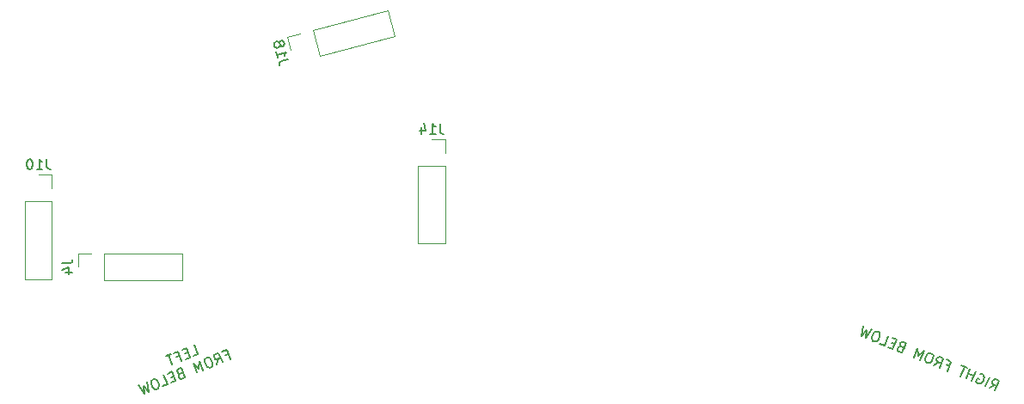
<source format=gbr>
G04 #@! TF.GenerationSoftware,KiCad,Pcbnew,(5.1.4)-1*
G04 #@! TF.CreationDate,2023-02-10T21:12:28-05:00*
G04 #@! TF.ProjectId,ThumbsUp,5468756d-6273-4557-902e-6b696361645f,rev?*
G04 #@! TF.SameCoordinates,Original*
G04 #@! TF.FileFunction,Legend,Bot*
G04 #@! TF.FilePolarity,Positive*
%FSLAX46Y46*%
G04 Gerber Fmt 4.6, Leading zero omitted, Abs format (unit mm)*
G04 Created by KiCad (PCBNEW (5.1.4)-1) date 2023-02-10 21:12:28*
%MOMM*%
%LPD*%
G04 APERTURE LIST*
%ADD10C,0.150000*%
%ADD11C,0.120000*%
G04 APERTURE END LIST*
D10*
X184629295Y-358825026D02*
X185116740Y-358508379D01*
X185159114Y-359039087D02*
X185533721Y-358111903D01*
X185180508Y-357969196D01*
X185074366Y-357977671D01*
X185012376Y-358003984D01*
X184932548Y-358074449D01*
X184879033Y-358206904D01*
X184887508Y-358313045D01*
X184913821Y-358375035D01*
X184984286Y-358454864D01*
X185337499Y-358597571D01*
X184231931Y-358664481D02*
X184606537Y-357737297D01*
X183661515Y-357406842D02*
X183767657Y-357398367D01*
X183900111Y-357451882D01*
X184014728Y-357549549D01*
X184067354Y-357673529D01*
X184075829Y-357779671D01*
X184048627Y-357974116D01*
X183995112Y-358106570D01*
X183879607Y-358265338D01*
X183799778Y-358335803D01*
X183675798Y-358388430D01*
X183525505Y-358379066D01*
X183437202Y-358343389D01*
X183322585Y-358245722D01*
X183296272Y-358183732D01*
X183421141Y-357874671D01*
X183597747Y-357946025D01*
X182863231Y-358111490D02*
X183237837Y-357184306D01*
X183059453Y-357625822D02*
X182529634Y-357411761D01*
X182333411Y-357897429D02*
X182708018Y-356970245D01*
X182398957Y-356845376D02*
X181869137Y-356631315D01*
X181759440Y-357665530D02*
X182134047Y-356738346D01*
X180366205Y-356537679D02*
X180675266Y-356662548D01*
X180479044Y-357148216D02*
X180853650Y-356221032D01*
X180412134Y-356042648D01*
X179154495Y-356613064D02*
X179641941Y-356296416D01*
X179684315Y-356827124D02*
X180058921Y-355899941D01*
X179705708Y-355757233D01*
X179599567Y-355765708D01*
X179537577Y-355792021D01*
X179457748Y-355862486D01*
X179404233Y-355994941D01*
X179412708Y-356101083D01*
X179439021Y-356163073D01*
X179509486Y-356242901D01*
X179862699Y-356385608D01*
X178955131Y-355453980D02*
X178778524Y-355382627D01*
X178672383Y-355391102D01*
X178548403Y-355443728D01*
X178432897Y-355602496D01*
X178308029Y-355911557D01*
X178280827Y-356106002D01*
X178333453Y-356229982D01*
X178403918Y-356309811D01*
X178580524Y-356381164D01*
X178686666Y-356372689D01*
X178810646Y-356320063D01*
X178926151Y-356161295D01*
X179051020Y-355852234D01*
X179078222Y-355657789D01*
X179025596Y-355533809D01*
X178955131Y-355453980D01*
X177785795Y-356060073D02*
X178160402Y-355132889D01*
X177583764Y-355670294D01*
X177542279Y-354883151D01*
X177167673Y-355810335D01*
X175906892Y-354736000D02*
X175756599Y-354726636D01*
X175694609Y-354752949D01*
X175614780Y-354823414D01*
X175561265Y-354955869D01*
X175569740Y-355062011D01*
X175596053Y-355124001D01*
X175666518Y-355203829D01*
X176019731Y-355346536D01*
X176394337Y-354419353D01*
X176085276Y-354294484D01*
X175979134Y-354302959D01*
X175917144Y-354329272D01*
X175837316Y-354399737D01*
X175801639Y-354488040D01*
X175810114Y-354594181D01*
X175836427Y-354656171D01*
X175906892Y-354736000D01*
X176215953Y-354860869D01*
X175288769Y-354486262D02*
X174979708Y-354361393D01*
X174651031Y-354793546D02*
X175092547Y-354971930D01*
X175467153Y-354044746D01*
X175025637Y-353866362D01*
X173812150Y-354454616D02*
X174253666Y-354633000D01*
X174628273Y-353705816D01*
X173701089Y-353331210D02*
X173524483Y-353259856D01*
X173418341Y-353268331D01*
X173294361Y-353320957D01*
X173178856Y-353479725D01*
X173053987Y-353788787D01*
X173026785Y-353983231D01*
X173079411Y-354107211D01*
X173149876Y-354187040D01*
X173326482Y-354258394D01*
X173432624Y-354249919D01*
X173556604Y-354197292D01*
X173672109Y-354038524D01*
X173796978Y-353729463D01*
X173824180Y-353535018D01*
X173771554Y-353411038D01*
X173701089Y-353331210D01*
X172994663Y-353045795D02*
X172399299Y-353883787D01*
X172490268Y-353150159D01*
X172046086Y-353741080D01*
X172199934Y-352724704D01*
X106206513Y-355673139D02*
X106648029Y-355494755D01*
X106273422Y-354567571D01*
X105701229Y-355312340D02*
X105392167Y-355437209D01*
X105455935Y-355976392D02*
X105897451Y-355798008D01*
X105522845Y-354870824D01*
X105081329Y-355049208D01*
X104553287Y-355776139D02*
X104862348Y-355651270D01*
X105058571Y-356136938D02*
X104683964Y-355209754D01*
X104242448Y-355388138D01*
X104021690Y-355477330D02*
X103491870Y-355691391D01*
X104131387Y-356511545D02*
X103756780Y-355584361D01*
X109365791Y-355611343D02*
X109674852Y-355486474D01*
X109871075Y-355972142D02*
X109496468Y-355044958D01*
X109054952Y-355223342D01*
X108546526Y-356507294D02*
X108677204Y-355940909D01*
X109076346Y-356293233D02*
X108701739Y-355366050D01*
X108348526Y-355508757D01*
X108278061Y-355588585D01*
X108251748Y-355650575D01*
X108243273Y-355756717D01*
X108296789Y-355889172D01*
X108376617Y-355959637D01*
X108438607Y-355985950D01*
X108544749Y-355994425D01*
X108897962Y-355851717D01*
X107597949Y-355812010D02*
X107421342Y-355883364D01*
X107350878Y-355963192D01*
X107298251Y-356087172D01*
X107325453Y-356281617D01*
X107450322Y-356590678D01*
X107565827Y-356749446D01*
X107689807Y-356802073D01*
X107795949Y-356810547D01*
X107972555Y-356739194D01*
X108043020Y-356659365D01*
X108095647Y-356535385D01*
X108068445Y-356340940D01*
X107943576Y-356031879D01*
X107828071Y-355873111D01*
X107704090Y-355820485D01*
X107597949Y-355812010D01*
X107177826Y-357060285D02*
X106803220Y-356133101D01*
X106761735Y-356920244D01*
X106185097Y-356382839D01*
X106559704Y-357310023D01*
X104906478Y-357413023D02*
X104791862Y-357510689D01*
X104765549Y-357572679D01*
X104757074Y-357678821D01*
X104810589Y-357811276D01*
X104890417Y-357881741D01*
X104952407Y-357908054D01*
X105058549Y-357916529D01*
X105411762Y-357773821D01*
X105037155Y-356846638D01*
X104728094Y-356971506D01*
X104657629Y-357051335D01*
X104631316Y-357113325D01*
X104622841Y-357219467D01*
X104658518Y-357307770D01*
X104738346Y-357378235D01*
X104800337Y-357404548D01*
X104906478Y-357413023D01*
X105215539Y-357288154D01*
X104288356Y-357662760D02*
X103979294Y-357787629D01*
X104043062Y-358326812D02*
X104484578Y-358148428D01*
X104109971Y-357221244D01*
X103668455Y-357399628D01*
X103204181Y-358665742D02*
X103645697Y-358487358D01*
X103271091Y-357560174D01*
X102343907Y-357934781D02*
X102167301Y-358006134D01*
X102096836Y-358085963D01*
X102044209Y-358209943D01*
X102071411Y-358404388D01*
X102196280Y-358713449D01*
X102311785Y-358872217D01*
X102435766Y-358924843D01*
X102541907Y-358933318D01*
X102718514Y-358861964D01*
X102788978Y-358782136D01*
X102841605Y-358658156D01*
X102814403Y-358463711D01*
X102689534Y-358154650D01*
X102574029Y-357995882D01*
X102450049Y-357943255D01*
X102343907Y-357934781D01*
X101637481Y-358220195D02*
X101791330Y-359236571D01*
X101347147Y-358645650D01*
X101438117Y-359379278D01*
X100842752Y-358541286D01*
D11*
X115457870Y-324250139D02*
X115802100Y-325534820D01*
X116742552Y-323905910D02*
X115457870Y-324250139D01*
X117969277Y-323577209D02*
X118657736Y-326146572D01*
X118657736Y-326146572D02*
X126076046Y-324158842D01*
X117969277Y-323577209D02*
X125387588Y-321589479D01*
X125387588Y-321589479D02*
X126076046Y-324158842D01*
X92293380Y-337827892D02*
X90963380Y-337827892D01*
X92293380Y-339157892D02*
X92293380Y-337827892D01*
X92293380Y-340427892D02*
X89633380Y-340427892D01*
X89633380Y-340427892D02*
X89633380Y-348107892D01*
X92293380Y-340427892D02*
X92293380Y-348107892D01*
X92293380Y-348107892D02*
X89633380Y-348107892D01*
X131011859Y-334328713D02*
X129681859Y-334328713D01*
X131011859Y-335658713D02*
X131011859Y-334328713D01*
X131011859Y-336928713D02*
X128351859Y-336928713D01*
X128351859Y-336928713D02*
X128351859Y-344608713D01*
X131011859Y-336928713D02*
X131011859Y-344608713D01*
X131011859Y-344608713D02*
X128351859Y-344608713D01*
X94840670Y-345544574D02*
X94840670Y-346874574D01*
X96170670Y-345544574D02*
X94840670Y-345544574D01*
X97440670Y-345544574D02*
X97440670Y-348204574D01*
X97440670Y-348204574D02*
X105120670Y-348204574D01*
X97440670Y-345544574D02*
X105120670Y-345544574D01*
X105120670Y-345544574D02*
X105120670Y-348204574D01*
D10*
X115574653Y-326433844D02*
X114884706Y-326618715D01*
X114759041Y-326701686D01*
X114691698Y-326818328D01*
X114682676Y-326968642D01*
X114707325Y-327060635D01*
X114349908Y-325726737D02*
X114497805Y-326278695D01*
X114423856Y-326002716D02*
X115389782Y-325743897D01*
X115276442Y-325872864D01*
X115209099Y-325989507D01*
X115187752Y-326093824D01*
X114753969Y-325026883D02*
X114824615Y-325106551D01*
X114882936Y-325140223D01*
X114987254Y-325161570D01*
X115033250Y-325149246D01*
X115112919Y-325078600D01*
X115146590Y-325020278D01*
X115167937Y-324915961D01*
X115118639Y-324731975D01*
X115047993Y-324652307D01*
X114989671Y-324618635D01*
X114885354Y-324597288D01*
X114839357Y-324609613D01*
X114759689Y-324680259D01*
X114726017Y-324738580D01*
X114704670Y-324842897D01*
X114753969Y-325026883D01*
X114732622Y-325131201D01*
X114698950Y-325189522D01*
X114619282Y-325260168D01*
X114435296Y-325309467D01*
X114330979Y-325288120D01*
X114272657Y-325254448D01*
X114202012Y-325174780D01*
X114152713Y-324990794D01*
X114174060Y-324886476D01*
X114207732Y-324828155D01*
X114287400Y-324757509D01*
X114471386Y-324708210D01*
X114575703Y-324729557D01*
X114634024Y-324763229D01*
X114704670Y-324842897D01*
X91772903Y-336280272D02*
X91772903Y-336994558D01*
X91820522Y-337137415D01*
X91915760Y-337232653D01*
X92058618Y-337280272D01*
X92153856Y-337280272D01*
X90772903Y-337280272D02*
X91344332Y-337280272D01*
X91058618Y-337280272D02*
X91058618Y-336280272D01*
X91153856Y-336423130D01*
X91249094Y-336518368D01*
X91344332Y-336565987D01*
X90153856Y-336280272D02*
X90058618Y-336280272D01*
X89963380Y-336327892D01*
X89915760Y-336375511D01*
X89868141Y-336470749D01*
X89820522Y-336661225D01*
X89820522Y-336899320D01*
X89868141Y-337089796D01*
X89915760Y-337185034D01*
X89963380Y-337232653D01*
X90058618Y-337280272D01*
X90153856Y-337280272D01*
X90249094Y-337232653D01*
X90296713Y-337185034D01*
X90344332Y-337089796D01*
X90391951Y-336899320D01*
X90391951Y-336661225D01*
X90344332Y-336470749D01*
X90296713Y-336375511D01*
X90249094Y-336327892D01*
X90153856Y-336280272D01*
X130491382Y-332781093D02*
X130491382Y-333495379D01*
X130539001Y-333638236D01*
X130634239Y-333733474D01*
X130777097Y-333781093D01*
X130872335Y-333781093D01*
X129491382Y-333781093D02*
X130062811Y-333781093D01*
X129777097Y-333781093D02*
X129777097Y-332781093D01*
X129872335Y-332923951D01*
X129967573Y-333019189D01*
X130062811Y-333066808D01*
X128634239Y-333114427D02*
X128634239Y-333781093D01*
X128872335Y-332733474D02*
X129110430Y-333447760D01*
X128491382Y-333447760D01*
X93293050Y-346541240D02*
X94007336Y-346541240D01*
X94150193Y-346493621D01*
X94245431Y-346398383D01*
X94293050Y-346255526D01*
X94293050Y-346160288D01*
X93626384Y-347446002D02*
X94293050Y-347446002D01*
X93245431Y-347207907D02*
X93959717Y-346969812D01*
X93959717Y-347588859D01*
M02*

</source>
